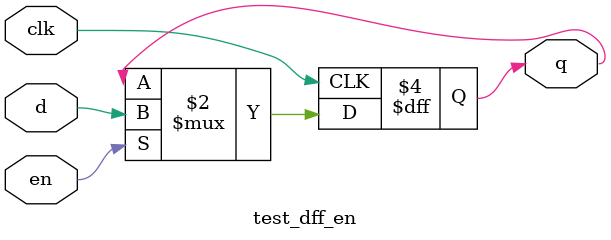
<source format=sv>

module test_dff_en(
  input logic clk,
  input logic en,
  input logic d,
  output logic q
);
  always_ff @(posedge clk) begin
    if (en)
      q <= d;
  end
endmodule

</source>
